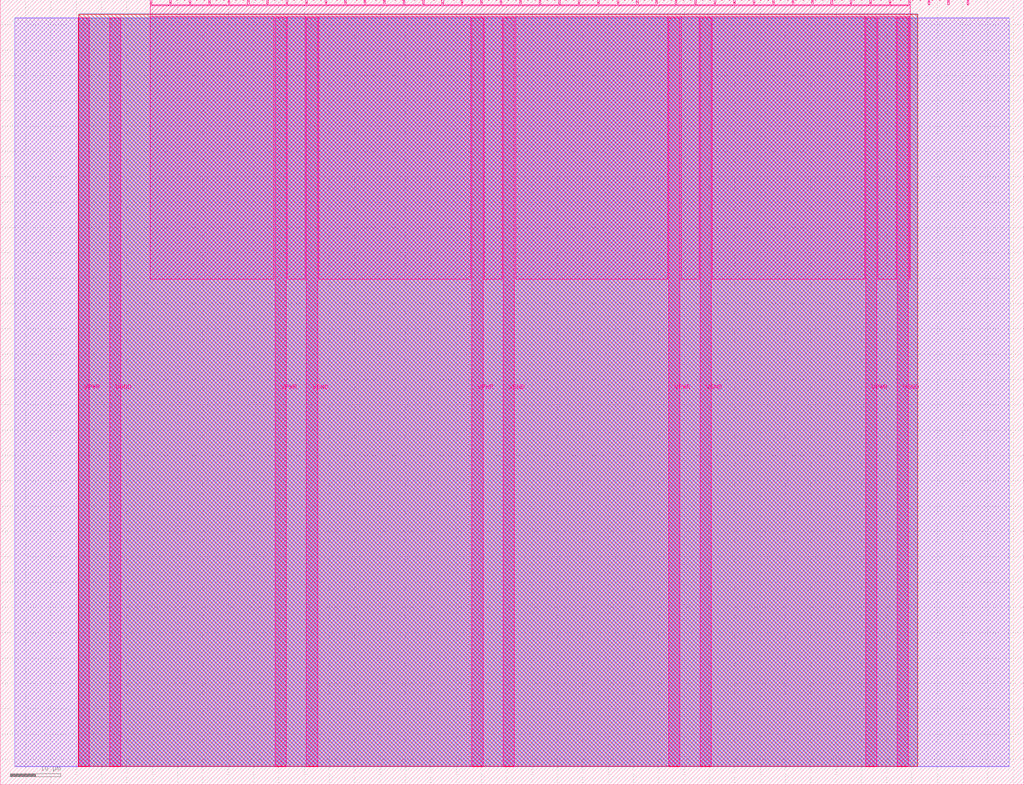
<source format=lef>
VERSION 5.7 ;
  NOWIREEXTENSIONATPIN ON ;
  DIVIDERCHAR "/" ;
  BUSBITCHARS "[]" ;
MACRO tt_um_c7_array_mult
  CLASS BLOCK ;
  FOREIGN tt_um_c7_array_mult ;
  ORIGIN 0.000 0.000 ;
  SIZE 202.080 BY 154.980 ;
  PIN VGND
    DIRECTION INOUT ;
    USE GROUND ;
    PORT
      LAYER Metal5 ;
        RECT 21.580 3.560 23.780 151.420 ;
    END
    PORT
      LAYER Metal5 ;
        RECT 60.450 3.560 62.650 151.420 ;
    END
    PORT
      LAYER Metal5 ;
        RECT 99.320 3.560 101.520 151.420 ;
    END
    PORT
      LAYER Metal5 ;
        RECT 138.190 3.560 140.390 151.420 ;
    END
    PORT
      LAYER Metal5 ;
        RECT 177.060 3.560 179.260 151.420 ;
    END
  END VGND
  PIN VPWR
    DIRECTION INOUT ;
    USE POWER ;
    PORT
      LAYER Metal5 ;
        RECT 15.380 3.560 17.580 151.420 ;
    END
    PORT
      LAYER Metal5 ;
        RECT 54.250 3.560 56.450 151.420 ;
    END
    PORT
      LAYER Metal5 ;
        RECT 93.120 3.560 95.320 151.420 ;
    END
    PORT
      LAYER Metal5 ;
        RECT 131.990 3.560 134.190 151.420 ;
    END
    PORT
      LAYER Metal5 ;
        RECT 170.860 3.560 173.060 151.420 ;
    END
  END VPWR
  PIN clk
    DIRECTION INPUT ;
    USE SIGNAL ;
    PORT
      LAYER Metal5 ;
        RECT 187.050 153.980 187.350 154.980 ;
    END
  END clk
  PIN ena
    DIRECTION INPUT ;
    USE SIGNAL ;
    PORT
      LAYER Metal5 ;
        RECT 190.890 153.980 191.190 154.980 ;
    END
  END ena
  PIN rst_n
    DIRECTION INPUT ;
    USE SIGNAL ;
    PORT
      LAYER Metal5 ;
        RECT 183.210 153.980 183.510 154.980 ;
    END
  END rst_n
  PIN ui_in[0]
    DIRECTION INPUT ;
    USE SIGNAL ;
    ANTENNAGATEAREA 0.180700 ;
    PORT
      LAYER Metal5 ;
        RECT 179.370 153.980 179.670 154.980 ;
    END
  END ui_in[0]
  PIN ui_in[1]
    DIRECTION INPUT ;
    USE SIGNAL ;
    ANTENNAGATEAREA 0.180700 ;
    PORT
      LAYER Metal5 ;
        RECT 175.530 153.980 175.830 154.980 ;
    END
  END ui_in[1]
  PIN ui_in[2]
    DIRECTION INPUT ;
    USE SIGNAL ;
    ANTENNAGATEAREA 0.213200 ;
    PORT
      LAYER Metal5 ;
        RECT 171.690 153.980 171.990 154.980 ;
    END
  END ui_in[2]
  PIN ui_in[3]
    DIRECTION INPUT ;
    USE SIGNAL ;
    ANTENNAGATEAREA 0.213200 ;
    PORT
      LAYER Metal5 ;
        RECT 167.850 153.980 168.150 154.980 ;
    END
  END ui_in[3]
  PIN ui_in[4]
    DIRECTION INPUT ;
    USE SIGNAL ;
    ANTENNAGATEAREA 0.213200 ;
    PORT
      LAYER Metal5 ;
        RECT 164.010 153.980 164.310 154.980 ;
    END
  END ui_in[4]
  PIN ui_in[5]
    DIRECTION INPUT ;
    USE SIGNAL ;
    ANTENNAGATEAREA 0.180700 ;
    PORT
      LAYER Metal5 ;
        RECT 160.170 153.980 160.470 154.980 ;
    END
  END ui_in[5]
  PIN ui_in[6]
    DIRECTION INPUT ;
    USE SIGNAL ;
    ANTENNAGATEAREA 0.213200 ;
    PORT
      LAYER Metal5 ;
        RECT 156.330 153.980 156.630 154.980 ;
    END
  END ui_in[6]
  PIN ui_in[7]
    DIRECTION INPUT ;
    USE SIGNAL ;
    ANTENNAGATEAREA 0.213200 ;
    PORT
      LAYER Metal5 ;
        RECT 152.490 153.980 152.790 154.980 ;
    END
  END ui_in[7]
  PIN uio_in[0]
    DIRECTION INPUT ;
    USE SIGNAL ;
    PORT
      LAYER Metal5 ;
        RECT 148.650 153.980 148.950 154.980 ;
    END
  END uio_in[0]
  PIN uio_in[1]
    DIRECTION INPUT ;
    USE SIGNAL ;
    PORT
      LAYER Metal5 ;
        RECT 144.810 153.980 145.110 154.980 ;
    END
  END uio_in[1]
  PIN uio_in[2]
    DIRECTION INPUT ;
    USE SIGNAL ;
    PORT
      LAYER Metal5 ;
        RECT 140.970 153.980 141.270 154.980 ;
    END
  END uio_in[2]
  PIN uio_in[3]
    DIRECTION INPUT ;
    USE SIGNAL ;
    PORT
      LAYER Metal5 ;
        RECT 137.130 153.980 137.430 154.980 ;
    END
  END uio_in[3]
  PIN uio_in[4]
    DIRECTION INPUT ;
    USE SIGNAL ;
    PORT
      LAYER Metal5 ;
        RECT 133.290 153.980 133.590 154.980 ;
    END
  END uio_in[4]
  PIN uio_in[5]
    DIRECTION INPUT ;
    USE SIGNAL ;
    PORT
      LAYER Metal5 ;
        RECT 129.450 153.980 129.750 154.980 ;
    END
  END uio_in[5]
  PIN uio_in[6]
    DIRECTION INPUT ;
    USE SIGNAL ;
    PORT
      LAYER Metal5 ;
        RECT 125.610 153.980 125.910 154.980 ;
    END
  END uio_in[6]
  PIN uio_in[7]
    DIRECTION INPUT ;
    USE SIGNAL ;
    PORT
      LAYER Metal5 ;
        RECT 121.770 153.980 122.070 154.980 ;
    END
  END uio_in[7]
  PIN uio_oe[0]
    DIRECTION OUTPUT ;
    USE SIGNAL ;
    ANTENNADIFFAREA 0.299200 ;
    PORT
      LAYER Metal5 ;
        RECT 56.490 153.980 56.790 154.980 ;
    END
  END uio_oe[0]
  PIN uio_oe[1]
    DIRECTION OUTPUT ;
    USE SIGNAL ;
    ANTENNADIFFAREA 0.299200 ;
    PORT
      LAYER Metal5 ;
        RECT 52.650 153.980 52.950 154.980 ;
    END
  END uio_oe[1]
  PIN uio_oe[2]
    DIRECTION OUTPUT ;
    USE SIGNAL ;
    ANTENNADIFFAREA 0.299200 ;
    PORT
      LAYER Metal5 ;
        RECT 48.810 153.980 49.110 154.980 ;
    END
  END uio_oe[2]
  PIN uio_oe[3]
    DIRECTION OUTPUT ;
    USE SIGNAL ;
    ANTENNADIFFAREA 0.299200 ;
    PORT
      LAYER Metal5 ;
        RECT 44.970 153.980 45.270 154.980 ;
    END
  END uio_oe[3]
  PIN uio_oe[4]
    DIRECTION OUTPUT ;
    USE SIGNAL ;
    ANTENNADIFFAREA 0.299200 ;
    PORT
      LAYER Metal5 ;
        RECT 41.130 153.980 41.430 154.980 ;
    END
  END uio_oe[4]
  PIN uio_oe[5]
    DIRECTION OUTPUT ;
    USE SIGNAL ;
    ANTENNADIFFAREA 0.299200 ;
    PORT
      LAYER Metal5 ;
        RECT 37.290 153.980 37.590 154.980 ;
    END
  END uio_oe[5]
  PIN uio_oe[6]
    DIRECTION OUTPUT ;
    USE SIGNAL ;
    ANTENNADIFFAREA 0.299200 ;
    PORT
      LAYER Metal5 ;
        RECT 33.450 153.980 33.750 154.980 ;
    END
  END uio_oe[6]
  PIN uio_oe[7]
    DIRECTION OUTPUT ;
    USE SIGNAL ;
    ANTENNADIFFAREA 0.299200 ;
    PORT
      LAYER Metal5 ;
        RECT 29.610 153.980 29.910 154.980 ;
    END
  END uio_oe[7]
  PIN uio_out[0]
    DIRECTION OUTPUT ;
    USE SIGNAL ;
    ANTENNADIFFAREA 0.299200 ;
    PORT
      LAYER Metal5 ;
        RECT 87.210 153.980 87.510 154.980 ;
    END
  END uio_out[0]
  PIN uio_out[1]
    DIRECTION OUTPUT ;
    USE SIGNAL ;
    ANTENNADIFFAREA 0.299200 ;
    PORT
      LAYER Metal5 ;
        RECT 83.370 153.980 83.670 154.980 ;
    END
  END uio_out[1]
  PIN uio_out[2]
    DIRECTION OUTPUT ;
    USE SIGNAL ;
    ANTENNADIFFAREA 0.299200 ;
    PORT
      LAYER Metal5 ;
        RECT 79.530 153.980 79.830 154.980 ;
    END
  END uio_out[2]
  PIN uio_out[3]
    DIRECTION OUTPUT ;
    USE SIGNAL ;
    ANTENNADIFFAREA 0.299200 ;
    PORT
      LAYER Metal5 ;
        RECT 75.690 153.980 75.990 154.980 ;
    END
  END uio_out[3]
  PIN uio_out[4]
    DIRECTION OUTPUT ;
    USE SIGNAL ;
    ANTENNADIFFAREA 0.299200 ;
    PORT
      LAYER Metal5 ;
        RECT 71.850 153.980 72.150 154.980 ;
    END
  END uio_out[4]
  PIN uio_out[5]
    DIRECTION OUTPUT ;
    USE SIGNAL ;
    ANTENNADIFFAREA 0.299200 ;
    PORT
      LAYER Metal5 ;
        RECT 68.010 153.980 68.310 154.980 ;
    END
  END uio_out[5]
  PIN uio_out[6]
    DIRECTION OUTPUT ;
    USE SIGNAL ;
    ANTENNADIFFAREA 0.299200 ;
    PORT
      LAYER Metal5 ;
        RECT 64.170 153.980 64.470 154.980 ;
    END
  END uio_out[6]
  PIN uio_out[7]
    DIRECTION OUTPUT ;
    USE SIGNAL ;
    ANTENNADIFFAREA 0.299200 ;
    PORT
      LAYER Metal5 ;
        RECT 60.330 153.980 60.630 154.980 ;
    END
  END uio_out[7]
  PIN uo_out[0]
    DIRECTION OUTPUT ;
    USE SIGNAL ;
    ANTENNADIFFAREA 0.654800 ;
    PORT
      LAYER Metal5 ;
        RECT 117.930 153.980 118.230 154.980 ;
    END
  END uo_out[0]
  PIN uo_out[1]
    DIRECTION OUTPUT ;
    USE SIGNAL ;
    ANTENNADIFFAREA 0.654800 ;
    PORT
      LAYER Metal5 ;
        RECT 114.090 153.980 114.390 154.980 ;
    END
  END uo_out[1]
  PIN uo_out[2]
    DIRECTION OUTPUT ;
    USE SIGNAL ;
    ANTENNADIFFAREA 0.654800 ;
    PORT
      LAYER Metal5 ;
        RECT 110.250 153.980 110.550 154.980 ;
    END
  END uo_out[2]
  PIN uo_out[3]
    DIRECTION OUTPUT ;
    USE SIGNAL ;
    ANTENNADIFFAREA 0.654800 ;
    PORT
      LAYER Metal5 ;
        RECT 106.410 153.980 106.710 154.980 ;
    END
  END uo_out[3]
  PIN uo_out[4]
    DIRECTION OUTPUT ;
    USE SIGNAL ;
    ANTENNADIFFAREA 0.654800 ;
    PORT
      LAYER Metal5 ;
        RECT 102.570 153.980 102.870 154.980 ;
    END
  END uo_out[4]
  PIN uo_out[5]
    DIRECTION OUTPUT ;
    USE SIGNAL ;
    ANTENNADIFFAREA 0.654800 ;
    PORT
      LAYER Metal5 ;
        RECT 98.730 153.980 99.030 154.980 ;
    END
  END uo_out[5]
  PIN uo_out[6]
    DIRECTION OUTPUT ;
    USE SIGNAL ;
    ANTENNADIFFAREA 0.654800 ;
    PORT
      LAYER Metal5 ;
        RECT 94.890 153.980 95.190 154.980 ;
    END
  END uo_out[6]
  PIN uo_out[7]
    DIRECTION OUTPUT ;
    USE SIGNAL ;
    ANTENNADIFFAREA 0.654800 ;
    PORT
      LAYER Metal5 ;
        RECT 91.050 153.980 91.350 154.980 ;
    END
  END uo_out[7]
  OBS
      LAYER GatPoly ;
        RECT 2.880 3.630 199.200 151.350 ;
      LAYER Metal1 ;
        RECT 2.880 3.560 199.200 151.420 ;
      LAYER Metal2 ;
        RECT 15.515 3.680 181.105 151.300 ;
      LAYER Metal3 ;
        RECT 15.560 3.635 181.060 152.185 ;
      LAYER Metal4 ;
        RECT 15.515 3.680 181.105 152.140 ;
      LAYER Metal5 ;
        RECT 30.120 153.770 33.240 153.980 ;
        RECT 33.960 153.770 37.080 153.980 ;
        RECT 37.800 153.770 40.920 153.980 ;
        RECT 41.640 153.770 44.760 153.980 ;
        RECT 45.480 153.770 48.600 153.980 ;
        RECT 49.320 153.770 52.440 153.980 ;
        RECT 53.160 153.770 56.280 153.980 ;
        RECT 57.000 153.770 60.120 153.980 ;
        RECT 60.840 153.770 63.960 153.980 ;
        RECT 64.680 153.770 67.800 153.980 ;
        RECT 68.520 153.770 71.640 153.980 ;
        RECT 72.360 153.770 75.480 153.980 ;
        RECT 76.200 153.770 79.320 153.980 ;
        RECT 80.040 153.770 83.160 153.980 ;
        RECT 83.880 153.770 87.000 153.980 ;
        RECT 87.720 153.770 90.840 153.980 ;
        RECT 91.560 153.770 94.680 153.980 ;
        RECT 95.400 153.770 98.520 153.980 ;
        RECT 99.240 153.770 102.360 153.980 ;
        RECT 103.080 153.770 106.200 153.980 ;
        RECT 106.920 153.770 110.040 153.980 ;
        RECT 110.760 153.770 113.880 153.980 ;
        RECT 114.600 153.770 117.720 153.980 ;
        RECT 118.440 153.770 121.560 153.980 ;
        RECT 122.280 153.770 125.400 153.980 ;
        RECT 126.120 153.770 129.240 153.980 ;
        RECT 129.960 153.770 133.080 153.980 ;
        RECT 133.800 153.770 136.920 153.980 ;
        RECT 137.640 153.770 140.760 153.980 ;
        RECT 141.480 153.770 144.600 153.980 ;
        RECT 145.320 153.770 148.440 153.980 ;
        RECT 149.160 153.770 152.280 153.980 ;
        RECT 153.000 153.770 156.120 153.980 ;
        RECT 156.840 153.770 159.960 153.980 ;
        RECT 160.680 153.770 163.800 153.980 ;
        RECT 164.520 153.770 167.640 153.980 ;
        RECT 168.360 153.770 171.480 153.980 ;
        RECT 172.200 153.770 175.320 153.980 ;
        RECT 176.040 153.770 179.160 153.980 ;
        RECT 29.660 151.630 179.620 153.770 ;
        RECT 29.660 99.815 54.040 151.630 ;
        RECT 56.660 99.815 60.240 151.630 ;
        RECT 62.860 99.815 92.910 151.630 ;
        RECT 95.530 99.815 99.110 151.630 ;
        RECT 101.730 99.815 131.780 151.630 ;
        RECT 134.400 99.815 137.980 151.630 ;
        RECT 140.600 99.815 170.650 151.630 ;
        RECT 173.270 99.815 176.850 151.630 ;
        RECT 179.470 99.815 179.620 151.630 ;
  END
END tt_um_c7_array_mult
END LIBRARY


</source>
